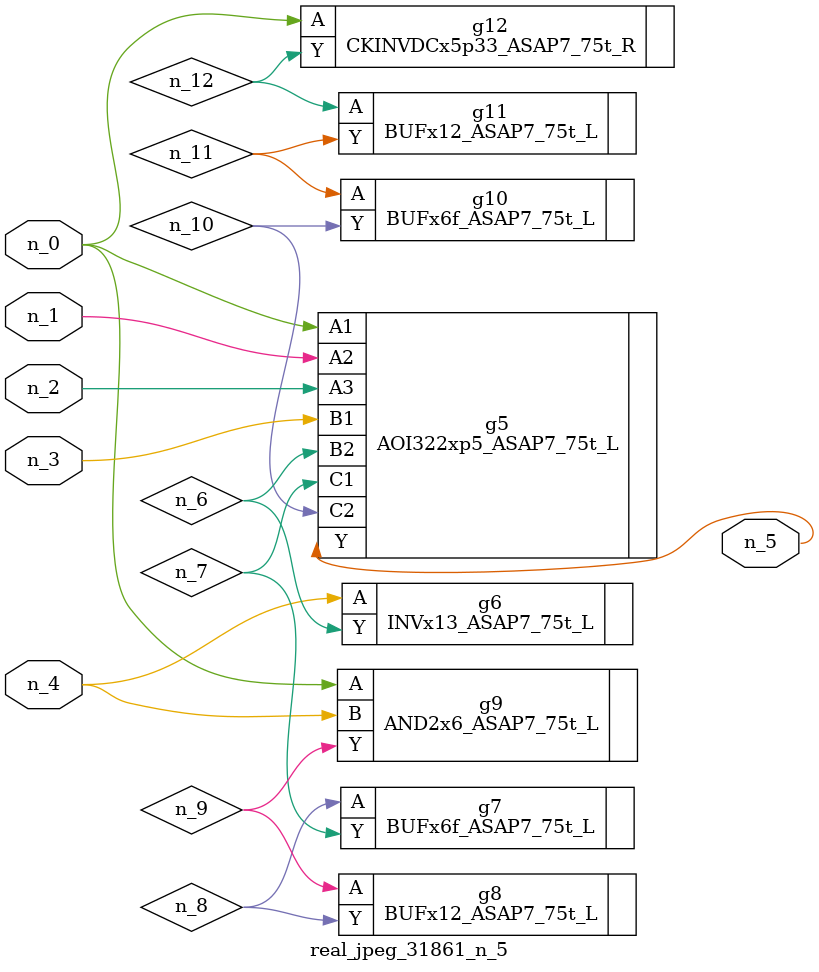
<source format=v>
module real_jpeg_31861_n_5 (n_4, n_0, n_1, n_2, n_3, n_5);

input n_4;
input n_0;
input n_1;
input n_2;
input n_3;

output n_5;

wire n_12;
wire n_8;
wire n_11;
wire n_6;
wire n_7;
wire n_10;
wire n_9;

AOI322xp5_ASAP7_75t_L g5 ( 
.A1(n_0),
.A2(n_1),
.A3(n_2),
.B1(n_3),
.B2(n_6),
.C1(n_7),
.C2(n_10),
.Y(n_5)
);

AND2x6_ASAP7_75t_L g9 ( 
.A(n_0),
.B(n_4),
.Y(n_9)
);

CKINVDCx5p33_ASAP7_75t_R g12 ( 
.A(n_0),
.Y(n_12)
);

INVx13_ASAP7_75t_L g6 ( 
.A(n_4),
.Y(n_6)
);

BUFx6f_ASAP7_75t_L g7 ( 
.A(n_8),
.Y(n_7)
);

BUFx12_ASAP7_75t_L g8 ( 
.A(n_9),
.Y(n_8)
);

BUFx6f_ASAP7_75t_L g10 ( 
.A(n_11),
.Y(n_10)
);

BUFx12_ASAP7_75t_L g11 ( 
.A(n_12),
.Y(n_11)
);


endmodule
</source>
